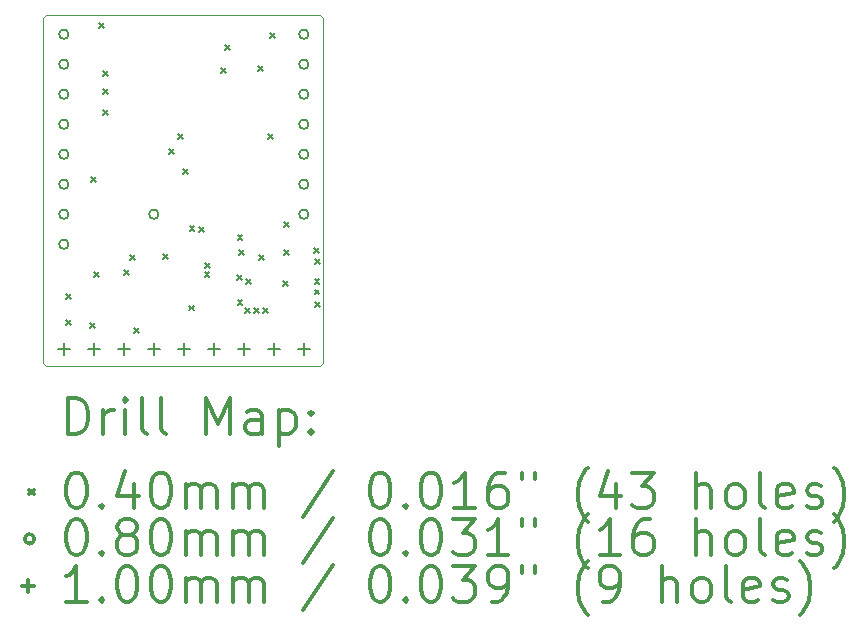
<source format=gbr>
%FSLAX45Y45*%
G04 Gerber Fmt 4.5, Leading zero omitted, Abs format (unit mm)*
G04 Created by KiCad (PCBNEW (5.1.5)-3) date 2021-02-17 22:29:54*
%MOMM*%
%LPD*%
G04 APERTURE LIST*
%TA.AperFunction,Profile*%
%ADD10C,0.050000*%
%TD*%
%ADD11C,0.200000*%
%ADD12C,0.300000*%
G04 APERTURE END LIST*
D10*
X9563100Y-12433300D02*
X9537700Y-12458700D01*
X9563100Y-9512300D02*
X9563100Y-12433300D01*
X9537700Y-9486900D02*
X9563100Y-9512300D01*
X7213600Y-9486900D02*
X9537700Y-9486900D01*
X7213600Y-9486900D02*
X7188200Y-9512300D01*
X7188200Y-12433300D02*
X7188200Y-9512300D01*
X7188200Y-12433300D02*
X7213600Y-12458700D01*
X9537700Y-12458700D02*
X7213600Y-12458700D01*
D11*
X7384100Y-11854500D02*
X7424100Y-11894500D01*
X7424100Y-11854500D02*
X7384100Y-11894500D01*
X7384100Y-12070400D02*
X7424100Y-12110400D01*
X7424100Y-12070400D02*
X7384100Y-12110400D01*
X7587300Y-12095800D02*
X7627300Y-12135800D01*
X7627300Y-12095800D02*
X7587300Y-12135800D01*
X7600000Y-10863900D02*
X7640000Y-10903900D01*
X7640000Y-10863900D02*
X7600000Y-10903900D01*
X7624500Y-11664000D02*
X7664500Y-11704000D01*
X7664500Y-11664000D02*
X7624500Y-11704000D01*
X7663500Y-9555800D02*
X7703500Y-9595800D01*
X7703500Y-9555800D02*
X7663500Y-9595800D01*
X7701600Y-9962200D02*
X7741600Y-10002200D01*
X7741600Y-9962200D02*
X7701600Y-10002200D01*
X7701600Y-10114600D02*
X7741600Y-10154600D01*
X7741600Y-10114600D02*
X7701600Y-10154600D01*
X7701600Y-10292400D02*
X7741600Y-10332400D01*
X7741600Y-10292400D02*
X7701600Y-10332400D01*
X7879400Y-11651300D02*
X7919400Y-11691300D01*
X7919400Y-11651300D02*
X7879400Y-11691300D01*
X7930200Y-11524300D02*
X7970200Y-11564300D01*
X7970200Y-11524300D02*
X7930200Y-11564300D01*
X7961950Y-12140250D02*
X8001950Y-12180250D01*
X8001950Y-12140250D02*
X7961950Y-12180250D01*
X8206201Y-11514999D02*
X8246201Y-11554999D01*
X8246201Y-11514999D02*
X8206201Y-11554999D01*
X8260400Y-10622600D02*
X8300400Y-10662600D01*
X8300400Y-10622600D02*
X8260400Y-10662600D01*
X8336600Y-10495600D02*
X8376600Y-10535600D01*
X8376600Y-10495600D02*
X8336600Y-10535600D01*
X8374700Y-10794050D02*
X8414700Y-10834050D01*
X8414700Y-10794050D02*
X8374700Y-10834050D01*
X8425500Y-11949750D02*
X8465500Y-11989750D01*
X8465500Y-11949750D02*
X8425500Y-11989750D01*
X8431850Y-11276650D02*
X8471850Y-11316650D01*
X8471850Y-11276650D02*
X8431850Y-11316650D01*
X8514400Y-11283000D02*
X8554400Y-11323000D01*
X8554400Y-11283000D02*
X8514400Y-11323000D01*
X8558850Y-11664000D02*
X8598850Y-11704000D01*
X8598850Y-11664000D02*
X8558850Y-11704000D01*
X8560882Y-11593134D02*
X8600882Y-11633134D01*
X8600882Y-11593134D02*
X8560882Y-11633134D01*
X8700700Y-9936800D02*
X8740700Y-9976800D01*
X8740700Y-9936800D02*
X8700700Y-9976800D01*
X8730300Y-9746300D02*
X8770300Y-9786300D01*
X8770300Y-9746300D02*
X8730300Y-9786300D01*
X8835075Y-11692575D02*
X8875075Y-11732575D01*
X8875075Y-11692575D02*
X8835075Y-11732575D01*
X8838250Y-11352850D02*
X8878250Y-11392850D01*
X8878250Y-11352850D02*
X8838250Y-11392850D01*
X8838250Y-11905300D02*
X8878250Y-11945300D01*
X8878250Y-11905300D02*
X8838250Y-11945300D01*
X8850950Y-11479850D02*
X8890950Y-11519850D01*
X8890950Y-11479850D02*
X8850950Y-11519850D01*
X8901750Y-11968800D02*
X8941750Y-12008800D01*
X8941750Y-11968800D02*
X8901750Y-12008800D01*
X8908100Y-11727500D02*
X8948100Y-11767500D01*
X8948100Y-11727500D02*
X8908100Y-11767500D01*
X8977950Y-11968800D02*
X9017950Y-12008800D01*
X9017950Y-11968800D02*
X8977950Y-12008800D01*
X9009700Y-9924100D02*
X9049700Y-9964100D01*
X9049700Y-9924100D02*
X9009700Y-9964100D01*
X9022400Y-11524300D02*
X9062400Y-11564300D01*
X9062400Y-11524300D02*
X9022400Y-11564300D01*
X9054150Y-11968800D02*
X9094150Y-12008800D01*
X9094150Y-11968800D02*
X9054150Y-12008800D01*
X9098600Y-10495600D02*
X9138600Y-10535600D01*
X9138600Y-10495600D02*
X9098600Y-10535600D01*
X9111300Y-9643700D02*
X9151300Y-9683700D01*
X9151300Y-9643700D02*
X9111300Y-9683700D01*
X9225600Y-11740200D02*
X9265600Y-11780200D01*
X9265600Y-11740200D02*
X9225600Y-11780200D01*
X9231950Y-11244900D02*
X9271950Y-11284900D01*
X9271950Y-11244900D02*
X9231950Y-11284900D01*
X9231950Y-11479850D02*
X9271950Y-11519850D01*
X9271950Y-11479850D02*
X9231950Y-11519850D01*
X9488101Y-11464999D02*
X9528101Y-11504999D01*
X9528101Y-11464999D02*
X9488101Y-11504999D01*
X9489288Y-11727500D02*
X9529288Y-11767500D01*
X9529288Y-11727500D02*
X9489288Y-11767500D01*
X9490300Y-11814400D02*
X9530300Y-11854400D01*
X9530300Y-11814400D02*
X9490300Y-11854400D01*
X9492300Y-11557110D02*
X9532300Y-11597110D01*
X9532300Y-11557110D02*
X9492300Y-11597110D01*
X9492300Y-11918000D02*
X9532300Y-11958000D01*
X9532300Y-11918000D02*
X9492300Y-11958000D01*
X9437988Y-9652116D02*
G75*
G03X9437988Y-9652116I-40000J0D01*
G01*
X9437988Y-9906116D02*
G75*
G03X9437988Y-9906116I-40000J0D01*
G01*
X9437988Y-10160116D02*
G75*
G03X9437988Y-10160116I-40000J0D01*
G01*
X9437988Y-10414116D02*
G75*
G03X9437988Y-10414116I-40000J0D01*
G01*
X9437988Y-10668116D02*
G75*
G03X9437988Y-10668116I-40000J0D01*
G01*
X9437988Y-10922116D02*
G75*
G03X9437988Y-10922116I-40000J0D01*
G01*
X9437988Y-11176116D02*
G75*
G03X9437988Y-11176116I-40000J0D01*
G01*
X7405988Y-9652116D02*
G75*
G03X7405988Y-9652116I-40000J0D01*
G01*
X7405988Y-9906116D02*
G75*
G03X7405988Y-9906116I-40000J0D01*
G01*
X7405988Y-10160116D02*
G75*
G03X7405988Y-10160116I-40000J0D01*
G01*
X7405988Y-10414116D02*
G75*
G03X7405988Y-10414116I-40000J0D01*
G01*
X7405988Y-10668116D02*
G75*
G03X7405988Y-10668116I-40000J0D01*
G01*
X7405988Y-10922116D02*
G75*
G03X7405988Y-10922116I-40000J0D01*
G01*
X7405988Y-11176116D02*
G75*
G03X7405988Y-11176116I-40000J0D01*
G01*
X7405988Y-11430116D02*
G75*
G03X7405988Y-11430116I-40000J0D01*
G01*
X8167988Y-11176116D02*
G75*
G03X8167988Y-11176116I-40000J0D01*
G01*
X7620000Y-12269000D02*
X7620000Y-12369000D01*
X7570000Y-12319000D02*
X7670000Y-12319000D01*
X7366000Y-12269000D02*
X7366000Y-12369000D01*
X7316000Y-12319000D02*
X7416000Y-12319000D01*
X8890000Y-12269000D02*
X8890000Y-12369000D01*
X8840000Y-12319000D02*
X8940000Y-12319000D01*
X9144000Y-12269000D02*
X9144000Y-12369000D01*
X9094000Y-12319000D02*
X9194000Y-12319000D01*
X9398000Y-12269000D02*
X9398000Y-12369000D01*
X9348000Y-12319000D02*
X9448000Y-12319000D01*
X8128000Y-12269000D02*
X8128000Y-12369000D01*
X8078000Y-12319000D02*
X8178000Y-12319000D01*
X8382000Y-12269000D02*
X8382000Y-12369000D01*
X8332000Y-12319000D02*
X8432000Y-12319000D01*
X8636000Y-12269000D02*
X8636000Y-12369000D01*
X8586000Y-12319000D02*
X8686000Y-12319000D01*
X7874000Y-12269000D02*
X7874000Y-12369000D01*
X7824000Y-12319000D02*
X7924000Y-12319000D01*
D12*
X7402428Y-13034714D02*
X7402428Y-12734714D01*
X7473857Y-12734714D01*
X7516714Y-12749000D01*
X7545286Y-12777571D01*
X7559571Y-12806143D01*
X7573857Y-12863286D01*
X7573857Y-12906143D01*
X7559571Y-12963286D01*
X7545286Y-12991857D01*
X7516714Y-13020428D01*
X7473857Y-13034714D01*
X7402428Y-13034714D01*
X7702428Y-13034714D02*
X7702428Y-12834714D01*
X7702428Y-12891857D02*
X7716714Y-12863286D01*
X7731000Y-12849000D01*
X7759571Y-12834714D01*
X7788143Y-12834714D01*
X7888143Y-13034714D02*
X7888143Y-12834714D01*
X7888143Y-12734714D02*
X7873857Y-12749000D01*
X7888143Y-12763286D01*
X7902428Y-12749000D01*
X7888143Y-12734714D01*
X7888143Y-12763286D01*
X8073857Y-13034714D02*
X8045286Y-13020428D01*
X8031000Y-12991857D01*
X8031000Y-12734714D01*
X8231000Y-13034714D02*
X8202428Y-13020428D01*
X8188143Y-12991857D01*
X8188143Y-12734714D01*
X8573857Y-13034714D02*
X8573857Y-12734714D01*
X8673857Y-12949000D01*
X8773857Y-12734714D01*
X8773857Y-13034714D01*
X9045286Y-13034714D02*
X9045286Y-12877571D01*
X9031000Y-12849000D01*
X9002429Y-12834714D01*
X8945286Y-12834714D01*
X8916714Y-12849000D01*
X9045286Y-13020428D02*
X9016714Y-13034714D01*
X8945286Y-13034714D01*
X8916714Y-13020428D01*
X8902429Y-12991857D01*
X8902429Y-12963286D01*
X8916714Y-12934714D01*
X8945286Y-12920428D01*
X9016714Y-12920428D01*
X9045286Y-12906143D01*
X9188143Y-12834714D02*
X9188143Y-13134714D01*
X9188143Y-12849000D02*
X9216714Y-12834714D01*
X9273857Y-12834714D01*
X9302429Y-12849000D01*
X9316714Y-12863286D01*
X9331000Y-12891857D01*
X9331000Y-12977571D01*
X9316714Y-13006143D01*
X9302429Y-13020428D01*
X9273857Y-13034714D01*
X9216714Y-13034714D01*
X9188143Y-13020428D01*
X9459571Y-13006143D02*
X9473857Y-13020428D01*
X9459571Y-13034714D01*
X9445286Y-13020428D01*
X9459571Y-13006143D01*
X9459571Y-13034714D01*
X9459571Y-12849000D02*
X9473857Y-12863286D01*
X9459571Y-12877571D01*
X9445286Y-12863286D01*
X9459571Y-12849000D01*
X9459571Y-12877571D01*
X7076000Y-13509000D02*
X7116000Y-13549000D01*
X7116000Y-13509000D02*
X7076000Y-13549000D01*
X7459571Y-13364714D02*
X7488143Y-13364714D01*
X7516714Y-13379000D01*
X7531000Y-13393286D01*
X7545286Y-13421857D01*
X7559571Y-13479000D01*
X7559571Y-13550428D01*
X7545286Y-13607571D01*
X7531000Y-13636143D01*
X7516714Y-13650428D01*
X7488143Y-13664714D01*
X7459571Y-13664714D01*
X7431000Y-13650428D01*
X7416714Y-13636143D01*
X7402428Y-13607571D01*
X7388143Y-13550428D01*
X7388143Y-13479000D01*
X7402428Y-13421857D01*
X7416714Y-13393286D01*
X7431000Y-13379000D01*
X7459571Y-13364714D01*
X7688143Y-13636143D02*
X7702428Y-13650428D01*
X7688143Y-13664714D01*
X7673857Y-13650428D01*
X7688143Y-13636143D01*
X7688143Y-13664714D01*
X7959571Y-13464714D02*
X7959571Y-13664714D01*
X7888143Y-13350428D02*
X7816714Y-13564714D01*
X8002428Y-13564714D01*
X8173857Y-13364714D02*
X8202428Y-13364714D01*
X8231000Y-13379000D01*
X8245286Y-13393286D01*
X8259571Y-13421857D01*
X8273857Y-13479000D01*
X8273857Y-13550428D01*
X8259571Y-13607571D01*
X8245286Y-13636143D01*
X8231000Y-13650428D01*
X8202428Y-13664714D01*
X8173857Y-13664714D01*
X8145286Y-13650428D01*
X8131000Y-13636143D01*
X8116714Y-13607571D01*
X8102428Y-13550428D01*
X8102428Y-13479000D01*
X8116714Y-13421857D01*
X8131000Y-13393286D01*
X8145286Y-13379000D01*
X8173857Y-13364714D01*
X8402429Y-13664714D02*
X8402429Y-13464714D01*
X8402429Y-13493286D02*
X8416714Y-13479000D01*
X8445286Y-13464714D01*
X8488143Y-13464714D01*
X8516714Y-13479000D01*
X8531000Y-13507571D01*
X8531000Y-13664714D01*
X8531000Y-13507571D02*
X8545286Y-13479000D01*
X8573857Y-13464714D01*
X8616714Y-13464714D01*
X8645286Y-13479000D01*
X8659571Y-13507571D01*
X8659571Y-13664714D01*
X8802429Y-13664714D02*
X8802429Y-13464714D01*
X8802429Y-13493286D02*
X8816714Y-13479000D01*
X8845286Y-13464714D01*
X8888143Y-13464714D01*
X8916714Y-13479000D01*
X8931000Y-13507571D01*
X8931000Y-13664714D01*
X8931000Y-13507571D02*
X8945286Y-13479000D01*
X8973857Y-13464714D01*
X9016714Y-13464714D01*
X9045286Y-13479000D01*
X9059571Y-13507571D01*
X9059571Y-13664714D01*
X9645286Y-13350428D02*
X9388143Y-13736143D01*
X10031000Y-13364714D02*
X10059571Y-13364714D01*
X10088143Y-13379000D01*
X10102429Y-13393286D01*
X10116714Y-13421857D01*
X10131000Y-13479000D01*
X10131000Y-13550428D01*
X10116714Y-13607571D01*
X10102429Y-13636143D01*
X10088143Y-13650428D01*
X10059571Y-13664714D01*
X10031000Y-13664714D01*
X10002429Y-13650428D01*
X9988143Y-13636143D01*
X9973857Y-13607571D01*
X9959571Y-13550428D01*
X9959571Y-13479000D01*
X9973857Y-13421857D01*
X9988143Y-13393286D01*
X10002429Y-13379000D01*
X10031000Y-13364714D01*
X10259571Y-13636143D02*
X10273857Y-13650428D01*
X10259571Y-13664714D01*
X10245286Y-13650428D01*
X10259571Y-13636143D01*
X10259571Y-13664714D01*
X10459571Y-13364714D02*
X10488143Y-13364714D01*
X10516714Y-13379000D01*
X10531000Y-13393286D01*
X10545286Y-13421857D01*
X10559571Y-13479000D01*
X10559571Y-13550428D01*
X10545286Y-13607571D01*
X10531000Y-13636143D01*
X10516714Y-13650428D01*
X10488143Y-13664714D01*
X10459571Y-13664714D01*
X10431000Y-13650428D01*
X10416714Y-13636143D01*
X10402429Y-13607571D01*
X10388143Y-13550428D01*
X10388143Y-13479000D01*
X10402429Y-13421857D01*
X10416714Y-13393286D01*
X10431000Y-13379000D01*
X10459571Y-13364714D01*
X10845286Y-13664714D02*
X10673857Y-13664714D01*
X10759571Y-13664714D02*
X10759571Y-13364714D01*
X10731000Y-13407571D01*
X10702429Y-13436143D01*
X10673857Y-13450428D01*
X11102429Y-13364714D02*
X11045286Y-13364714D01*
X11016714Y-13379000D01*
X11002429Y-13393286D01*
X10973857Y-13436143D01*
X10959571Y-13493286D01*
X10959571Y-13607571D01*
X10973857Y-13636143D01*
X10988143Y-13650428D01*
X11016714Y-13664714D01*
X11073857Y-13664714D01*
X11102429Y-13650428D01*
X11116714Y-13636143D01*
X11131000Y-13607571D01*
X11131000Y-13536143D01*
X11116714Y-13507571D01*
X11102429Y-13493286D01*
X11073857Y-13479000D01*
X11016714Y-13479000D01*
X10988143Y-13493286D01*
X10973857Y-13507571D01*
X10959571Y-13536143D01*
X11245286Y-13364714D02*
X11245286Y-13421857D01*
X11359571Y-13364714D02*
X11359571Y-13421857D01*
X11802428Y-13779000D02*
X11788143Y-13764714D01*
X11759571Y-13721857D01*
X11745286Y-13693286D01*
X11731000Y-13650428D01*
X11716714Y-13579000D01*
X11716714Y-13521857D01*
X11731000Y-13450428D01*
X11745286Y-13407571D01*
X11759571Y-13379000D01*
X11788143Y-13336143D01*
X11802428Y-13321857D01*
X12045286Y-13464714D02*
X12045286Y-13664714D01*
X11973857Y-13350428D02*
X11902428Y-13564714D01*
X12088143Y-13564714D01*
X12173857Y-13364714D02*
X12359571Y-13364714D01*
X12259571Y-13479000D01*
X12302428Y-13479000D01*
X12331000Y-13493286D01*
X12345286Y-13507571D01*
X12359571Y-13536143D01*
X12359571Y-13607571D01*
X12345286Y-13636143D01*
X12331000Y-13650428D01*
X12302428Y-13664714D01*
X12216714Y-13664714D01*
X12188143Y-13650428D01*
X12173857Y-13636143D01*
X12716714Y-13664714D02*
X12716714Y-13364714D01*
X12845286Y-13664714D02*
X12845286Y-13507571D01*
X12831000Y-13479000D01*
X12802428Y-13464714D01*
X12759571Y-13464714D01*
X12731000Y-13479000D01*
X12716714Y-13493286D01*
X13031000Y-13664714D02*
X13002428Y-13650428D01*
X12988143Y-13636143D01*
X12973857Y-13607571D01*
X12973857Y-13521857D01*
X12988143Y-13493286D01*
X13002428Y-13479000D01*
X13031000Y-13464714D01*
X13073857Y-13464714D01*
X13102428Y-13479000D01*
X13116714Y-13493286D01*
X13131000Y-13521857D01*
X13131000Y-13607571D01*
X13116714Y-13636143D01*
X13102428Y-13650428D01*
X13073857Y-13664714D01*
X13031000Y-13664714D01*
X13302428Y-13664714D02*
X13273857Y-13650428D01*
X13259571Y-13621857D01*
X13259571Y-13364714D01*
X13531000Y-13650428D02*
X13502428Y-13664714D01*
X13445286Y-13664714D01*
X13416714Y-13650428D01*
X13402428Y-13621857D01*
X13402428Y-13507571D01*
X13416714Y-13479000D01*
X13445286Y-13464714D01*
X13502428Y-13464714D01*
X13531000Y-13479000D01*
X13545286Y-13507571D01*
X13545286Y-13536143D01*
X13402428Y-13564714D01*
X13659571Y-13650428D02*
X13688143Y-13664714D01*
X13745286Y-13664714D01*
X13773857Y-13650428D01*
X13788143Y-13621857D01*
X13788143Y-13607571D01*
X13773857Y-13579000D01*
X13745286Y-13564714D01*
X13702428Y-13564714D01*
X13673857Y-13550428D01*
X13659571Y-13521857D01*
X13659571Y-13507571D01*
X13673857Y-13479000D01*
X13702428Y-13464714D01*
X13745286Y-13464714D01*
X13773857Y-13479000D01*
X13888143Y-13779000D02*
X13902428Y-13764714D01*
X13931000Y-13721857D01*
X13945286Y-13693286D01*
X13959571Y-13650428D01*
X13973857Y-13579000D01*
X13973857Y-13521857D01*
X13959571Y-13450428D01*
X13945286Y-13407571D01*
X13931000Y-13379000D01*
X13902428Y-13336143D01*
X13888143Y-13321857D01*
X7116000Y-13925000D02*
G75*
G03X7116000Y-13925000I-40000J0D01*
G01*
X7459571Y-13760714D02*
X7488143Y-13760714D01*
X7516714Y-13775000D01*
X7531000Y-13789286D01*
X7545286Y-13817857D01*
X7559571Y-13875000D01*
X7559571Y-13946428D01*
X7545286Y-14003571D01*
X7531000Y-14032143D01*
X7516714Y-14046428D01*
X7488143Y-14060714D01*
X7459571Y-14060714D01*
X7431000Y-14046428D01*
X7416714Y-14032143D01*
X7402428Y-14003571D01*
X7388143Y-13946428D01*
X7388143Y-13875000D01*
X7402428Y-13817857D01*
X7416714Y-13789286D01*
X7431000Y-13775000D01*
X7459571Y-13760714D01*
X7688143Y-14032143D02*
X7702428Y-14046428D01*
X7688143Y-14060714D01*
X7673857Y-14046428D01*
X7688143Y-14032143D01*
X7688143Y-14060714D01*
X7873857Y-13889286D02*
X7845286Y-13875000D01*
X7831000Y-13860714D01*
X7816714Y-13832143D01*
X7816714Y-13817857D01*
X7831000Y-13789286D01*
X7845286Y-13775000D01*
X7873857Y-13760714D01*
X7931000Y-13760714D01*
X7959571Y-13775000D01*
X7973857Y-13789286D01*
X7988143Y-13817857D01*
X7988143Y-13832143D01*
X7973857Y-13860714D01*
X7959571Y-13875000D01*
X7931000Y-13889286D01*
X7873857Y-13889286D01*
X7845286Y-13903571D01*
X7831000Y-13917857D01*
X7816714Y-13946428D01*
X7816714Y-14003571D01*
X7831000Y-14032143D01*
X7845286Y-14046428D01*
X7873857Y-14060714D01*
X7931000Y-14060714D01*
X7959571Y-14046428D01*
X7973857Y-14032143D01*
X7988143Y-14003571D01*
X7988143Y-13946428D01*
X7973857Y-13917857D01*
X7959571Y-13903571D01*
X7931000Y-13889286D01*
X8173857Y-13760714D02*
X8202428Y-13760714D01*
X8231000Y-13775000D01*
X8245286Y-13789286D01*
X8259571Y-13817857D01*
X8273857Y-13875000D01*
X8273857Y-13946428D01*
X8259571Y-14003571D01*
X8245286Y-14032143D01*
X8231000Y-14046428D01*
X8202428Y-14060714D01*
X8173857Y-14060714D01*
X8145286Y-14046428D01*
X8131000Y-14032143D01*
X8116714Y-14003571D01*
X8102428Y-13946428D01*
X8102428Y-13875000D01*
X8116714Y-13817857D01*
X8131000Y-13789286D01*
X8145286Y-13775000D01*
X8173857Y-13760714D01*
X8402429Y-14060714D02*
X8402429Y-13860714D01*
X8402429Y-13889286D02*
X8416714Y-13875000D01*
X8445286Y-13860714D01*
X8488143Y-13860714D01*
X8516714Y-13875000D01*
X8531000Y-13903571D01*
X8531000Y-14060714D01*
X8531000Y-13903571D02*
X8545286Y-13875000D01*
X8573857Y-13860714D01*
X8616714Y-13860714D01*
X8645286Y-13875000D01*
X8659571Y-13903571D01*
X8659571Y-14060714D01*
X8802429Y-14060714D02*
X8802429Y-13860714D01*
X8802429Y-13889286D02*
X8816714Y-13875000D01*
X8845286Y-13860714D01*
X8888143Y-13860714D01*
X8916714Y-13875000D01*
X8931000Y-13903571D01*
X8931000Y-14060714D01*
X8931000Y-13903571D02*
X8945286Y-13875000D01*
X8973857Y-13860714D01*
X9016714Y-13860714D01*
X9045286Y-13875000D01*
X9059571Y-13903571D01*
X9059571Y-14060714D01*
X9645286Y-13746428D02*
X9388143Y-14132143D01*
X10031000Y-13760714D02*
X10059571Y-13760714D01*
X10088143Y-13775000D01*
X10102429Y-13789286D01*
X10116714Y-13817857D01*
X10131000Y-13875000D01*
X10131000Y-13946428D01*
X10116714Y-14003571D01*
X10102429Y-14032143D01*
X10088143Y-14046428D01*
X10059571Y-14060714D01*
X10031000Y-14060714D01*
X10002429Y-14046428D01*
X9988143Y-14032143D01*
X9973857Y-14003571D01*
X9959571Y-13946428D01*
X9959571Y-13875000D01*
X9973857Y-13817857D01*
X9988143Y-13789286D01*
X10002429Y-13775000D01*
X10031000Y-13760714D01*
X10259571Y-14032143D02*
X10273857Y-14046428D01*
X10259571Y-14060714D01*
X10245286Y-14046428D01*
X10259571Y-14032143D01*
X10259571Y-14060714D01*
X10459571Y-13760714D02*
X10488143Y-13760714D01*
X10516714Y-13775000D01*
X10531000Y-13789286D01*
X10545286Y-13817857D01*
X10559571Y-13875000D01*
X10559571Y-13946428D01*
X10545286Y-14003571D01*
X10531000Y-14032143D01*
X10516714Y-14046428D01*
X10488143Y-14060714D01*
X10459571Y-14060714D01*
X10431000Y-14046428D01*
X10416714Y-14032143D01*
X10402429Y-14003571D01*
X10388143Y-13946428D01*
X10388143Y-13875000D01*
X10402429Y-13817857D01*
X10416714Y-13789286D01*
X10431000Y-13775000D01*
X10459571Y-13760714D01*
X10659571Y-13760714D02*
X10845286Y-13760714D01*
X10745286Y-13875000D01*
X10788143Y-13875000D01*
X10816714Y-13889286D01*
X10831000Y-13903571D01*
X10845286Y-13932143D01*
X10845286Y-14003571D01*
X10831000Y-14032143D01*
X10816714Y-14046428D01*
X10788143Y-14060714D01*
X10702429Y-14060714D01*
X10673857Y-14046428D01*
X10659571Y-14032143D01*
X11131000Y-14060714D02*
X10959571Y-14060714D01*
X11045286Y-14060714D02*
X11045286Y-13760714D01*
X11016714Y-13803571D01*
X10988143Y-13832143D01*
X10959571Y-13846428D01*
X11245286Y-13760714D02*
X11245286Y-13817857D01*
X11359571Y-13760714D02*
X11359571Y-13817857D01*
X11802428Y-14175000D02*
X11788143Y-14160714D01*
X11759571Y-14117857D01*
X11745286Y-14089286D01*
X11731000Y-14046428D01*
X11716714Y-13975000D01*
X11716714Y-13917857D01*
X11731000Y-13846428D01*
X11745286Y-13803571D01*
X11759571Y-13775000D01*
X11788143Y-13732143D01*
X11802428Y-13717857D01*
X12073857Y-14060714D02*
X11902428Y-14060714D01*
X11988143Y-14060714D02*
X11988143Y-13760714D01*
X11959571Y-13803571D01*
X11931000Y-13832143D01*
X11902428Y-13846428D01*
X12331000Y-13760714D02*
X12273857Y-13760714D01*
X12245286Y-13775000D01*
X12231000Y-13789286D01*
X12202428Y-13832143D01*
X12188143Y-13889286D01*
X12188143Y-14003571D01*
X12202428Y-14032143D01*
X12216714Y-14046428D01*
X12245286Y-14060714D01*
X12302428Y-14060714D01*
X12331000Y-14046428D01*
X12345286Y-14032143D01*
X12359571Y-14003571D01*
X12359571Y-13932143D01*
X12345286Y-13903571D01*
X12331000Y-13889286D01*
X12302428Y-13875000D01*
X12245286Y-13875000D01*
X12216714Y-13889286D01*
X12202428Y-13903571D01*
X12188143Y-13932143D01*
X12716714Y-14060714D02*
X12716714Y-13760714D01*
X12845286Y-14060714D02*
X12845286Y-13903571D01*
X12831000Y-13875000D01*
X12802428Y-13860714D01*
X12759571Y-13860714D01*
X12731000Y-13875000D01*
X12716714Y-13889286D01*
X13031000Y-14060714D02*
X13002428Y-14046428D01*
X12988143Y-14032143D01*
X12973857Y-14003571D01*
X12973857Y-13917857D01*
X12988143Y-13889286D01*
X13002428Y-13875000D01*
X13031000Y-13860714D01*
X13073857Y-13860714D01*
X13102428Y-13875000D01*
X13116714Y-13889286D01*
X13131000Y-13917857D01*
X13131000Y-14003571D01*
X13116714Y-14032143D01*
X13102428Y-14046428D01*
X13073857Y-14060714D01*
X13031000Y-14060714D01*
X13302428Y-14060714D02*
X13273857Y-14046428D01*
X13259571Y-14017857D01*
X13259571Y-13760714D01*
X13531000Y-14046428D02*
X13502428Y-14060714D01*
X13445286Y-14060714D01*
X13416714Y-14046428D01*
X13402428Y-14017857D01*
X13402428Y-13903571D01*
X13416714Y-13875000D01*
X13445286Y-13860714D01*
X13502428Y-13860714D01*
X13531000Y-13875000D01*
X13545286Y-13903571D01*
X13545286Y-13932143D01*
X13402428Y-13960714D01*
X13659571Y-14046428D02*
X13688143Y-14060714D01*
X13745286Y-14060714D01*
X13773857Y-14046428D01*
X13788143Y-14017857D01*
X13788143Y-14003571D01*
X13773857Y-13975000D01*
X13745286Y-13960714D01*
X13702428Y-13960714D01*
X13673857Y-13946428D01*
X13659571Y-13917857D01*
X13659571Y-13903571D01*
X13673857Y-13875000D01*
X13702428Y-13860714D01*
X13745286Y-13860714D01*
X13773857Y-13875000D01*
X13888143Y-14175000D02*
X13902428Y-14160714D01*
X13931000Y-14117857D01*
X13945286Y-14089286D01*
X13959571Y-14046428D01*
X13973857Y-13975000D01*
X13973857Y-13917857D01*
X13959571Y-13846428D01*
X13945286Y-13803571D01*
X13931000Y-13775000D01*
X13902428Y-13732143D01*
X13888143Y-13717857D01*
X7066000Y-14271000D02*
X7066000Y-14371000D01*
X7016000Y-14321000D02*
X7116000Y-14321000D01*
X7559571Y-14456714D02*
X7388143Y-14456714D01*
X7473857Y-14456714D02*
X7473857Y-14156714D01*
X7445286Y-14199571D01*
X7416714Y-14228143D01*
X7388143Y-14242428D01*
X7688143Y-14428143D02*
X7702428Y-14442428D01*
X7688143Y-14456714D01*
X7673857Y-14442428D01*
X7688143Y-14428143D01*
X7688143Y-14456714D01*
X7888143Y-14156714D02*
X7916714Y-14156714D01*
X7945286Y-14171000D01*
X7959571Y-14185286D01*
X7973857Y-14213857D01*
X7988143Y-14271000D01*
X7988143Y-14342428D01*
X7973857Y-14399571D01*
X7959571Y-14428143D01*
X7945286Y-14442428D01*
X7916714Y-14456714D01*
X7888143Y-14456714D01*
X7859571Y-14442428D01*
X7845286Y-14428143D01*
X7831000Y-14399571D01*
X7816714Y-14342428D01*
X7816714Y-14271000D01*
X7831000Y-14213857D01*
X7845286Y-14185286D01*
X7859571Y-14171000D01*
X7888143Y-14156714D01*
X8173857Y-14156714D02*
X8202428Y-14156714D01*
X8231000Y-14171000D01*
X8245286Y-14185286D01*
X8259571Y-14213857D01*
X8273857Y-14271000D01*
X8273857Y-14342428D01*
X8259571Y-14399571D01*
X8245286Y-14428143D01*
X8231000Y-14442428D01*
X8202428Y-14456714D01*
X8173857Y-14456714D01*
X8145286Y-14442428D01*
X8131000Y-14428143D01*
X8116714Y-14399571D01*
X8102428Y-14342428D01*
X8102428Y-14271000D01*
X8116714Y-14213857D01*
X8131000Y-14185286D01*
X8145286Y-14171000D01*
X8173857Y-14156714D01*
X8402429Y-14456714D02*
X8402429Y-14256714D01*
X8402429Y-14285286D02*
X8416714Y-14271000D01*
X8445286Y-14256714D01*
X8488143Y-14256714D01*
X8516714Y-14271000D01*
X8531000Y-14299571D01*
X8531000Y-14456714D01*
X8531000Y-14299571D02*
X8545286Y-14271000D01*
X8573857Y-14256714D01*
X8616714Y-14256714D01*
X8645286Y-14271000D01*
X8659571Y-14299571D01*
X8659571Y-14456714D01*
X8802429Y-14456714D02*
X8802429Y-14256714D01*
X8802429Y-14285286D02*
X8816714Y-14271000D01*
X8845286Y-14256714D01*
X8888143Y-14256714D01*
X8916714Y-14271000D01*
X8931000Y-14299571D01*
X8931000Y-14456714D01*
X8931000Y-14299571D02*
X8945286Y-14271000D01*
X8973857Y-14256714D01*
X9016714Y-14256714D01*
X9045286Y-14271000D01*
X9059571Y-14299571D01*
X9059571Y-14456714D01*
X9645286Y-14142428D02*
X9388143Y-14528143D01*
X10031000Y-14156714D02*
X10059571Y-14156714D01*
X10088143Y-14171000D01*
X10102429Y-14185286D01*
X10116714Y-14213857D01*
X10131000Y-14271000D01*
X10131000Y-14342428D01*
X10116714Y-14399571D01*
X10102429Y-14428143D01*
X10088143Y-14442428D01*
X10059571Y-14456714D01*
X10031000Y-14456714D01*
X10002429Y-14442428D01*
X9988143Y-14428143D01*
X9973857Y-14399571D01*
X9959571Y-14342428D01*
X9959571Y-14271000D01*
X9973857Y-14213857D01*
X9988143Y-14185286D01*
X10002429Y-14171000D01*
X10031000Y-14156714D01*
X10259571Y-14428143D02*
X10273857Y-14442428D01*
X10259571Y-14456714D01*
X10245286Y-14442428D01*
X10259571Y-14428143D01*
X10259571Y-14456714D01*
X10459571Y-14156714D02*
X10488143Y-14156714D01*
X10516714Y-14171000D01*
X10531000Y-14185286D01*
X10545286Y-14213857D01*
X10559571Y-14271000D01*
X10559571Y-14342428D01*
X10545286Y-14399571D01*
X10531000Y-14428143D01*
X10516714Y-14442428D01*
X10488143Y-14456714D01*
X10459571Y-14456714D01*
X10431000Y-14442428D01*
X10416714Y-14428143D01*
X10402429Y-14399571D01*
X10388143Y-14342428D01*
X10388143Y-14271000D01*
X10402429Y-14213857D01*
X10416714Y-14185286D01*
X10431000Y-14171000D01*
X10459571Y-14156714D01*
X10659571Y-14156714D02*
X10845286Y-14156714D01*
X10745286Y-14271000D01*
X10788143Y-14271000D01*
X10816714Y-14285286D01*
X10831000Y-14299571D01*
X10845286Y-14328143D01*
X10845286Y-14399571D01*
X10831000Y-14428143D01*
X10816714Y-14442428D01*
X10788143Y-14456714D01*
X10702429Y-14456714D01*
X10673857Y-14442428D01*
X10659571Y-14428143D01*
X10988143Y-14456714D02*
X11045286Y-14456714D01*
X11073857Y-14442428D01*
X11088143Y-14428143D01*
X11116714Y-14385286D01*
X11131000Y-14328143D01*
X11131000Y-14213857D01*
X11116714Y-14185286D01*
X11102429Y-14171000D01*
X11073857Y-14156714D01*
X11016714Y-14156714D01*
X10988143Y-14171000D01*
X10973857Y-14185286D01*
X10959571Y-14213857D01*
X10959571Y-14285286D01*
X10973857Y-14313857D01*
X10988143Y-14328143D01*
X11016714Y-14342428D01*
X11073857Y-14342428D01*
X11102429Y-14328143D01*
X11116714Y-14313857D01*
X11131000Y-14285286D01*
X11245286Y-14156714D02*
X11245286Y-14213857D01*
X11359571Y-14156714D02*
X11359571Y-14213857D01*
X11802428Y-14571000D02*
X11788143Y-14556714D01*
X11759571Y-14513857D01*
X11745286Y-14485286D01*
X11731000Y-14442428D01*
X11716714Y-14371000D01*
X11716714Y-14313857D01*
X11731000Y-14242428D01*
X11745286Y-14199571D01*
X11759571Y-14171000D01*
X11788143Y-14128143D01*
X11802428Y-14113857D01*
X11931000Y-14456714D02*
X11988143Y-14456714D01*
X12016714Y-14442428D01*
X12031000Y-14428143D01*
X12059571Y-14385286D01*
X12073857Y-14328143D01*
X12073857Y-14213857D01*
X12059571Y-14185286D01*
X12045286Y-14171000D01*
X12016714Y-14156714D01*
X11959571Y-14156714D01*
X11931000Y-14171000D01*
X11916714Y-14185286D01*
X11902428Y-14213857D01*
X11902428Y-14285286D01*
X11916714Y-14313857D01*
X11931000Y-14328143D01*
X11959571Y-14342428D01*
X12016714Y-14342428D01*
X12045286Y-14328143D01*
X12059571Y-14313857D01*
X12073857Y-14285286D01*
X12431000Y-14456714D02*
X12431000Y-14156714D01*
X12559571Y-14456714D02*
X12559571Y-14299571D01*
X12545286Y-14271000D01*
X12516714Y-14256714D01*
X12473857Y-14256714D01*
X12445286Y-14271000D01*
X12431000Y-14285286D01*
X12745286Y-14456714D02*
X12716714Y-14442428D01*
X12702428Y-14428143D01*
X12688143Y-14399571D01*
X12688143Y-14313857D01*
X12702428Y-14285286D01*
X12716714Y-14271000D01*
X12745286Y-14256714D01*
X12788143Y-14256714D01*
X12816714Y-14271000D01*
X12831000Y-14285286D01*
X12845286Y-14313857D01*
X12845286Y-14399571D01*
X12831000Y-14428143D01*
X12816714Y-14442428D01*
X12788143Y-14456714D01*
X12745286Y-14456714D01*
X13016714Y-14456714D02*
X12988143Y-14442428D01*
X12973857Y-14413857D01*
X12973857Y-14156714D01*
X13245286Y-14442428D02*
X13216714Y-14456714D01*
X13159571Y-14456714D01*
X13131000Y-14442428D01*
X13116714Y-14413857D01*
X13116714Y-14299571D01*
X13131000Y-14271000D01*
X13159571Y-14256714D01*
X13216714Y-14256714D01*
X13245286Y-14271000D01*
X13259571Y-14299571D01*
X13259571Y-14328143D01*
X13116714Y-14356714D01*
X13373857Y-14442428D02*
X13402428Y-14456714D01*
X13459571Y-14456714D01*
X13488143Y-14442428D01*
X13502428Y-14413857D01*
X13502428Y-14399571D01*
X13488143Y-14371000D01*
X13459571Y-14356714D01*
X13416714Y-14356714D01*
X13388143Y-14342428D01*
X13373857Y-14313857D01*
X13373857Y-14299571D01*
X13388143Y-14271000D01*
X13416714Y-14256714D01*
X13459571Y-14256714D01*
X13488143Y-14271000D01*
X13602428Y-14571000D02*
X13616714Y-14556714D01*
X13645286Y-14513857D01*
X13659571Y-14485286D01*
X13673857Y-14442428D01*
X13688143Y-14371000D01*
X13688143Y-14313857D01*
X13673857Y-14242428D01*
X13659571Y-14199571D01*
X13645286Y-14171000D01*
X13616714Y-14128143D01*
X13602428Y-14113857D01*
M02*

</source>
